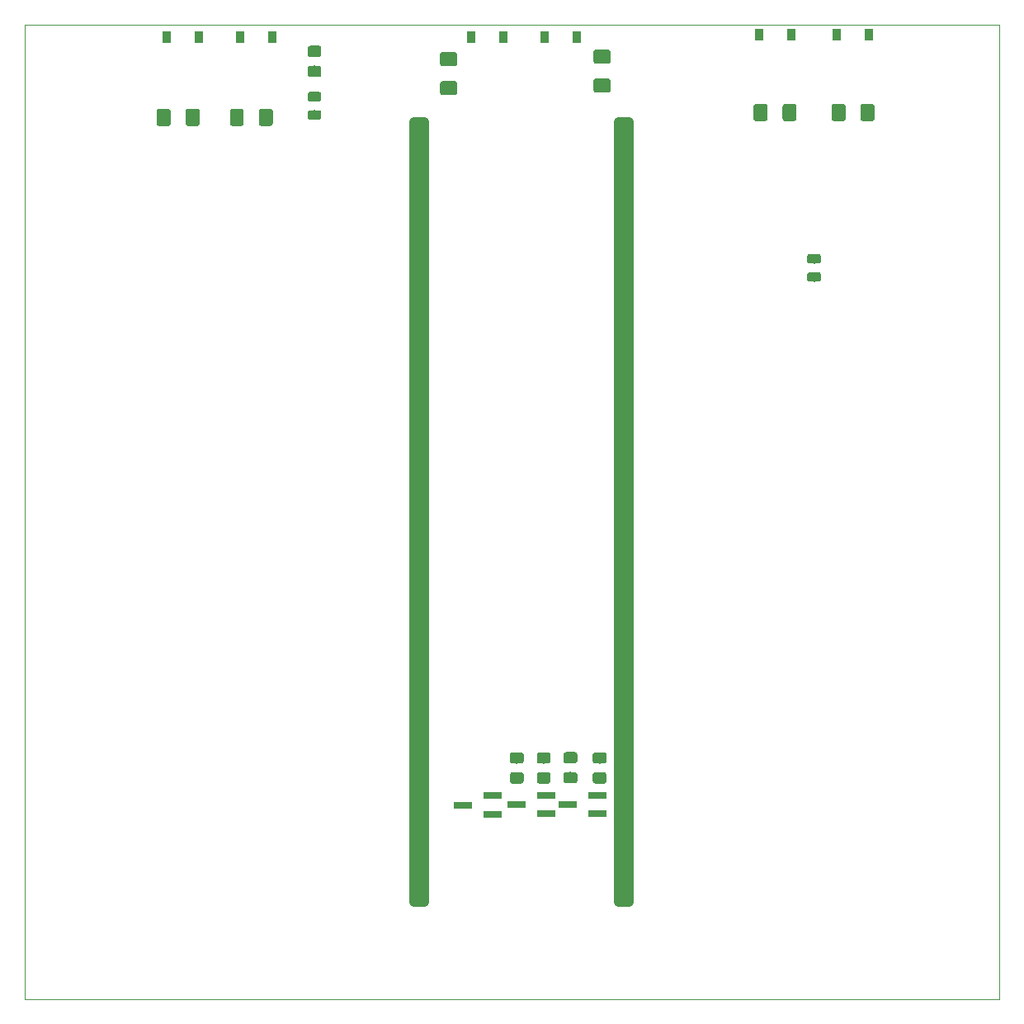
<source format=gbr>
%TF.GenerationSoftware,KiCad,Pcbnew,(5.1.0)-1*%
%TF.CreationDate,2019-10-07T23:17:33+02:00*%
%TF.ProjectId,KicadJE_MoogVCF_1,4b696361-644a-4455-9f4d-6f6f67564346,rev?*%
%TF.SameCoordinates,Original*%
%TF.FileFunction,Paste,Top*%
%TF.FilePolarity,Positive*%
%FSLAX46Y46*%
G04 Gerber Fmt 4.6, Leading zero omitted, Abs format (unit mm)*
G04 Created by KiCad (PCBNEW (5.1.0)-1) date 2019-10-07 23:17:33*
%MOMM*%
%LPD*%
G04 APERTURE LIST*
%ADD10C,1.000000*%
%ADD11C,0.050000*%
%ADD12C,0.150000*%
%ADD13C,1.425000*%
%ADD14R,0.900000X1.200000*%
%ADD15C,0.975000*%
%ADD16C,1.150000*%
%ADD17R,1.900000X0.800000*%
G04 APERTURE END LIST*
D10*
X111000000Y-60000000D02*
X111000000Y-140000000D01*
X112000000Y-60000000D02*
X112000000Y-140000000D01*
X111000000Y-140000000D02*
X112000000Y-140000000D01*
X111000000Y-60000000D02*
X112000000Y-60000000D01*
X90000000Y-60000000D02*
X91000000Y-60000000D01*
X90000000Y-140000000D02*
X91000000Y-140000000D01*
X91000000Y-60000000D02*
X91000000Y-140000000D01*
X90000000Y-60000000D02*
X90000000Y-140000000D01*
D11*
X50000000Y-150000000D02*
X50000000Y-50000000D01*
X150000000Y-150000000D02*
X50000000Y-150000000D01*
X150000000Y-50000000D02*
X150000000Y-150000000D01*
X50000000Y-50000000D02*
X150000000Y-50000000D01*
D12*
G36*
X64749504Y-58626204D02*
G01*
X64773773Y-58629804D01*
X64797571Y-58635765D01*
X64820671Y-58644030D01*
X64842849Y-58654520D01*
X64863893Y-58667133D01*
X64883598Y-58681747D01*
X64901777Y-58698223D01*
X64918253Y-58716402D01*
X64932867Y-58736107D01*
X64945480Y-58757151D01*
X64955970Y-58779329D01*
X64964235Y-58802429D01*
X64970196Y-58826227D01*
X64973796Y-58850496D01*
X64975000Y-58875000D01*
X64975000Y-60125000D01*
X64973796Y-60149504D01*
X64970196Y-60173773D01*
X64964235Y-60197571D01*
X64955970Y-60220671D01*
X64945480Y-60242849D01*
X64932867Y-60263893D01*
X64918253Y-60283598D01*
X64901777Y-60301777D01*
X64883598Y-60318253D01*
X64863893Y-60332867D01*
X64842849Y-60345480D01*
X64820671Y-60355970D01*
X64797571Y-60364235D01*
X64773773Y-60370196D01*
X64749504Y-60373796D01*
X64725000Y-60375000D01*
X63800000Y-60375000D01*
X63775496Y-60373796D01*
X63751227Y-60370196D01*
X63727429Y-60364235D01*
X63704329Y-60355970D01*
X63682151Y-60345480D01*
X63661107Y-60332867D01*
X63641402Y-60318253D01*
X63623223Y-60301777D01*
X63606747Y-60283598D01*
X63592133Y-60263893D01*
X63579520Y-60242849D01*
X63569030Y-60220671D01*
X63560765Y-60197571D01*
X63554804Y-60173773D01*
X63551204Y-60149504D01*
X63550000Y-60125000D01*
X63550000Y-58875000D01*
X63551204Y-58850496D01*
X63554804Y-58826227D01*
X63560765Y-58802429D01*
X63569030Y-58779329D01*
X63579520Y-58757151D01*
X63592133Y-58736107D01*
X63606747Y-58716402D01*
X63623223Y-58698223D01*
X63641402Y-58681747D01*
X63661107Y-58667133D01*
X63682151Y-58654520D01*
X63704329Y-58644030D01*
X63727429Y-58635765D01*
X63751227Y-58629804D01*
X63775496Y-58626204D01*
X63800000Y-58625000D01*
X64725000Y-58625000D01*
X64749504Y-58626204D01*
X64749504Y-58626204D01*
G37*
D13*
X64262500Y-59500000D03*
D12*
G36*
X67724504Y-58626204D02*
G01*
X67748773Y-58629804D01*
X67772571Y-58635765D01*
X67795671Y-58644030D01*
X67817849Y-58654520D01*
X67838893Y-58667133D01*
X67858598Y-58681747D01*
X67876777Y-58698223D01*
X67893253Y-58716402D01*
X67907867Y-58736107D01*
X67920480Y-58757151D01*
X67930970Y-58779329D01*
X67939235Y-58802429D01*
X67945196Y-58826227D01*
X67948796Y-58850496D01*
X67950000Y-58875000D01*
X67950000Y-60125000D01*
X67948796Y-60149504D01*
X67945196Y-60173773D01*
X67939235Y-60197571D01*
X67930970Y-60220671D01*
X67920480Y-60242849D01*
X67907867Y-60263893D01*
X67893253Y-60283598D01*
X67876777Y-60301777D01*
X67858598Y-60318253D01*
X67838893Y-60332867D01*
X67817849Y-60345480D01*
X67795671Y-60355970D01*
X67772571Y-60364235D01*
X67748773Y-60370196D01*
X67724504Y-60373796D01*
X67700000Y-60375000D01*
X66775000Y-60375000D01*
X66750496Y-60373796D01*
X66726227Y-60370196D01*
X66702429Y-60364235D01*
X66679329Y-60355970D01*
X66657151Y-60345480D01*
X66636107Y-60332867D01*
X66616402Y-60318253D01*
X66598223Y-60301777D01*
X66581747Y-60283598D01*
X66567133Y-60263893D01*
X66554520Y-60242849D01*
X66544030Y-60220671D01*
X66535765Y-60197571D01*
X66529804Y-60173773D01*
X66526204Y-60149504D01*
X66525000Y-60125000D01*
X66525000Y-58875000D01*
X66526204Y-58850496D01*
X66529804Y-58826227D01*
X66535765Y-58802429D01*
X66544030Y-58779329D01*
X66554520Y-58757151D01*
X66567133Y-58736107D01*
X66581747Y-58716402D01*
X66598223Y-58698223D01*
X66616402Y-58681747D01*
X66636107Y-58667133D01*
X66657151Y-58654520D01*
X66679329Y-58644030D01*
X66702429Y-58635765D01*
X66726227Y-58629804D01*
X66750496Y-58626204D01*
X66775000Y-58625000D01*
X67700000Y-58625000D01*
X67724504Y-58626204D01*
X67724504Y-58626204D01*
G37*
D13*
X67237500Y-59500000D03*
D12*
G36*
X75237004Y-58626204D02*
G01*
X75261273Y-58629804D01*
X75285071Y-58635765D01*
X75308171Y-58644030D01*
X75330349Y-58654520D01*
X75351393Y-58667133D01*
X75371098Y-58681747D01*
X75389277Y-58698223D01*
X75405753Y-58716402D01*
X75420367Y-58736107D01*
X75432980Y-58757151D01*
X75443470Y-58779329D01*
X75451735Y-58802429D01*
X75457696Y-58826227D01*
X75461296Y-58850496D01*
X75462500Y-58875000D01*
X75462500Y-60125000D01*
X75461296Y-60149504D01*
X75457696Y-60173773D01*
X75451735Y-60197571D01*
X75443470Y-60220671D01*
X75432980Y-60242849D01*
X75420367Y-60263893D01*
X75405753Y-60283598D01*
X75389277Y-60301777D01*
X75371098Y-60318253D01*
X75351393Y-60332867D01*
X75330349Y-60345480D01*
X75308171Y-60355970D01*
X75285071Y-60364235D01*
X75261273Y-60370196D01*
X75237004Y-60373796D01*
X75212500Y-60375000D01*
X74287500Y-60375000D01*
X74262996Y-60373796D01*
X74238727Y-60370196D01*
X74214929Y-60364235D01*
X74191829Y-60355970D01*
X74169651Y-60345480D01*
X74148607Y-60332867D01*
X74128902Y-60318253D01*
X74110723Y-60301777D01*
X74094247Y-60283598D01*
X74079633Y-60263893D01*
X74067020Y-60242849D01*
X74056530Y-60220671D01*
X74048265Y-60197571D01*
X74042304Y-60173773D01*
X74038704Y-60149504D01*
X74037500Y-60125000D01*
X74037500Y-58875000D01*
X74038704Y-58850496D01*
X74042304Y-58826227D01*
X74048265Y-58802429D01*
X74056530Y-58779329D01*
X74067020Y-58757151D01*
X74079633Y-58736107D01*
X74094247Y-58716402D01*
X74110723Y-58698223D01*
X74128902Y-58681747D01*
X74148607Y-58667133D01*
X74169651Y-58654520D01*
X74191829Y-58644030D01*
X74214929Y-58635765D01*
X74238727Y-58629804D01*
X74262996Y-58626204D01*
X74287500Y-58625000D01*
X75212500Y-58625000D01*
X75237004Y-58626204D01*
X75237004Y-58626204D01*
G37*
D13*
X74750000Y-59500000D03*
D12*
G36*
X72262004Y-58626204D02*
G01*
X72286273Y-58629804D01*
X72310071Y-58635765D01*
X72333171Y-58644030D01*
X72355349Y-58654520D01*
X72376393Y-58667133D01*
X72396098Y-58681747D01*
X72414277Y-58698223D01*
X72430753Y-58716402D01*
X72445367Y-58736107D01*
X72457980Y-58757151D01*
X72468470Y-58779329D01*
X72476735Y-58802429D01*
X72482696Y-58826227D01*
X72486296Y-58850496D01*
X72487500Y-58875000D01*
X72487500Y-60125000D01*
X72486296Y-60149504D01*
X72482696Y-60173773D01*
X72476735Y-60197571D01*
X72468470Y-60220671D01*
X72457980Y-60242849D01*
X72445367Y-60263893D01*
X72430753Y-60283598D01*
X72414277Y-60301777D01*
X72396098Y-60318253D01*
X72376393Y-60332867D01*
X72355349Y-60345480D01*
X72333171Y-60355970D01*
X72310071Y-60364235D01*
X72286273Y-60370196D01*
X72262004Y-60373796D01*
X72237500Y-60375000D01*
X71312500Y-60375000D01*
X71287996Y-60373796D01*
X71263727Y-60370196D01*
X71239929Y-60364235D01*
X71216829Y-60355970D01*
X71194651Y-60345480D01*
X71173607Y-60332867D01*
X71153902Y-60318253D01*
X71135723Y-60301777D01*
X71119247Y-60283598D01*
X71104633Y-60263893D01*
X71092020Y-60242849D01*
X71081530Y-60220671D01*
X71073265Y-60197571D01*
X71067304Y-60173773D01*
X71063704Y-60149504D01*
X71062500Y-60125000D01*
X71062500Y-58875000D01*
X71063704Y-58850496D01*
X71067304Y-58826227D01*
X71073265Y-58802429D01*
X71081530Y-58779329D01*
X71092020Y-58757151D01*
X71104633Y-58736107D01*
X71119247Y-58716402D01*
X71135723Y-58698223D01*
X71153902Y-58681747D01*
X71173607Y-58667133D01*
X71194651Y-58654520D01*
X71216829Y-58644030D01*
X71239929Y-58635765D01*
X71263727Y-58629804D01*
X71287996Y-58626204D01*
X71312500Y-58625000D01*
X72237500Y-58625000D01*
X72262004Y-58626204D01*
X72262004Y-58626204D01*
G37*
D13*
X71775000Y-59500000D03*
D14*
X64600000Y-51250000D03*
X67900000Y-51250000D03*
X75400000Y-51250000D03*
X72100000Y-51250000D03*
D12*
G36*
X80230142Y-56888674D02*
G01*
X80253803Y-56892184D01*
X80277007Y-56897996D01*
X80299529Y-56906054D01*
X80321153Y-56916282D01*
X80341670Y-56928579D01*
X80360883Y-56942829D01*
X80378607Y-56958893D01*
X80394671Y-56976617D01*
X80408921Y-56995830D01*
X80421218Y-57016347D01*
X80431446Y-57037971D01*
X80439504Y-57060493D01*
X80445316Y-57083697D01*
X80448826Y-57107358D01*
X80450000Y-57131250D01*
X80450000Y-57618750D01*
X80448826Y-57642642D01*
X80445316Y-57666303D01*
X80439504Y-57689507D01*
X80431446Y-57712029D01*
X80421218Y-57733653D01*
X80408921Y-57754170D01*
X80394671Y-57773383D01*
X80378607Y-57791107D01*
X80360883Y-57807171D01*
X80341670Y-57821421D01*
X80321153Y-57833718D01*
X80299529Y-57843946D01*
X80277007Y-57852004D01*
X80253803Y-57857816D01*
X80230142Y-57861326D01*
X80206250Y-57862500D01*
X79293750Y-57862500D01*
X79269858Y-57861326D01*
X79246197Y-57857816D01*
X79222993Y-57852004D01*
X79200471Y-57843946D01*
X79178847Y-57833718D01*
X79158330Y-57821421D01*
X79139117Y-57807171D01*
X79121393Y-57791107D01*
X79105329Y-57773383D01*
X79091079Y-57754170D01*
X79078782Y-57733653D01*
X79068554Y-57712029D01*
X79060496Y-57689507D01*
X79054684Y-57666303D01*
X79051174Y-57642642D01*
X79050000Y-57618750D01*
X79050000Y-57131250D01*
X79051174Y-57107358D01*
X79054684Y-57083697D01*
X79060496Y-57060493D01*
X79068554Y-57037971D01*
X79078782Y-57016347D01*
X79091079Y-56995830D01*
X79105329Y-56976617D01*
X79121393Y-56958893D01*
X79139117Y-56942829D01*
X79158330Y-56928579D01*
X79178847Y-56916282D01*
X79200471Y-56906054D01*
X79222993Y-56897996D01*
X79246197Y-56892184D01*
X79269858Y-56888674D01*
X79293750Y-56887500D01*
X80206250Y-56887500D01*
X80230142Y-56888674D01*
X80230142Y-56888674D01*
G37*
D15*
X79750000Y-57375000D03*
D12*
G36*
X80230142Y-58763674D02*
G01*
X80253803Y-58767184D01*
X80277007Y-58772996D01*
X80299529Y-58781054D01*
X80321153Y-58791282D01*
X80341670Y-58803579D01*
X80360883Y-58817829D01*
X80378607Y-58833893D01*
X80394671Y-58851617D01*
X80408921Y-58870830D01*
X80421218Y-58891347D01*
X80431446Y-58912971D01*
X80439504Y-58935493D01*
X80445316Y-58958697D01*
X80448826Y-58982358D01*
X80450000Y-59006250D01*
X80450000Y-59493750D01*
X80448826Y-59517642D01*
X80445316Y-59541303D01*
X80439504Y-59564507D01*
X80431446Y-59587029D01*
X80421218Y-59608653D01*
X80408921Y-59629170D01*
X80394671Y-59648383D01*
X80378607Y-59666107D01*
X80360883Y-59682171D01*
X80341670Y-59696421D01*
X80321153Y-59708718D01*
X80299529Y-59718946D01*
X80277007Y-59727004D01*
X80253803Y-59732816D01*
X80230142Y-59736326D01*
X80206250Y-59737500D01*
X79293750Y-59737500D01*
X79269858Y-59736326D01*
X79246197Y-59732816D01*
X79222993Y-59727004D01*
X79200471Y-59718946D01*
X79178847Y-59708718D01*
X79158330Y-59696421D01*
X79139117Y-59682171D01*
X79121393Y-59666107D01*
X79105329Y-59648383D01*
X79091079Y-59629170D01*
X79078782Y-59608653D01*
X79068554Y-59587029D01*
X79060496Y-59564507D01*
X79054684Y-59541303D01*
X79051174Y-59517642D01*
X79050000Y-59493750D01*
X79050000Y-59006250D01*
X79051174Y-58982358D01*
X79054684Y-58958697D01*
X79060496Y-58935493D01*
X79068554Y-58912971D01*
X79078782Y-58891347D01*
X79091079Y-58870830D01*
X79105329Y-58851617D01*
X79121393Y-58833893D01*
X79139117Y-58817829D01*
X79158330Y-58803579D01*
X79178847Y-58791282D01*
X79200471Y-58781054D01*
X79222993Y-58772996D01*
X79246197Y-58767184D01*
X79269858Y-58763674D01*
X79293750Y-58762500D01*
X80206250Y-58762500D01*
X80230142Y-58763674D01*
X80230142Y-58763674D01*
G37*
D15*
X79750000Y-59250000D03*
D12*
G36*
X80224505Y-52151204D02*
G01*
X80248773Y-52154804D01*
X80272572Y-52160765D01*
X80295671Y-52169030D01*
X80317850Y-52179520D01*
X80338893Y-52192132D01*
X80358599Y-52206747D01*
X80376777Y-52223223D01*
X80393253Y-52241401D01*
X80407868Y-52261107D01*
X80420480Y-52282150D01*
X80430970Y-52304329D01*
X80439235Y-52327428D01*
X80445196Y-52351227D01*
X80448796Y-52375495D01*
X80450000Y-52399999D01*
X80450000Y-53050001D01*
X80448796Y-53074505D01*
X80445196Y-53098773D01*
X80439235Y-53122572D01*
X80430970Y-53145671D01*
X80420480Y-53167850D01*
X80407868Y-53188893D01*
X80393253Y-53208599D01*
X80376777Y-53226777D01*
X80358599Y-53243253D01*
X80338893Y-53257868D01*
X80317850Y-53270480D01*
X80295671Y-53280970D01*
X80272572Y-53289235D01*
X80248773Y-53295196D01*
X80224505Y-53298796D01*
X80200001Y-53300000D01*
X79299999Y-53300000D01*
X79275495Y-53298796D01*
X79251227Y-53295196D01*
X79227428Y-53289235D01*
X79204329Y-53280970D01*
X79182150Y-53270480D01*
X79161107Y-53257868D01*
X79141401Y-53243253D01*
X79123223Y-53226777D01*
X79106747Y-53208599D01*
X79092132Y-53188893D01*
X79079520Y-53167850D01*
X79069030Y-53145671D01*
X79060765Y-53122572D01*
X79054804Y-53098773D01*
X79051204Y-53074505D01*
X79050000Y-53050001D01*
X79050000Y-52399999D01*
X79051204Y-52375495D01*
X79054804Y-52351227D01*
X79060765Y-52327428D01*
X79069030Y-52304329D01*
X79079520Y-52282150D01*
X79092132Y-52261107D01*
X79106747Y-52241401D01*
X79123223Y-52223223D01*
X79141401Y-52206747D01*
X79161107Y-52192132D01*
X79182150Y-52179520D01*
X79204329Y-52169030D01*
X79227428Y-52160765D01*
X79251227Y-52154804D01*
X79275495Y-52151204D01*
X79299999Y-52150000D01*
X80200001Y-52150000D01*
X80224505Y-52151204D01*
X80224505Y-52151204D01*
G37*
D16*
X79750000Y-52725000D03*
D12*
G36*
X80224505Y-54201204D02*
G01*
X80248773Y-54204804D01*
X80272572Y-54210765D01*
X80295671Y-54219030D01*
X80317850Y-54229520D01*
X80338893Y-54242132D01*
X80358599Y-54256747D01*
X80376777Y-54273223D01*
X80393253Y-54291401D01*
X80407868Y-54311107D01*
X80420480Y-54332150D01*
X80430970Y-54354329D01*
X80439235Y-54377428D01*
X80445196Y-54401227D01*
X80448796Y-54425495D01*
X80450000Y-54449999D01*
X80450000Y-55100001D01*
X80448796Y-55124505D01*
X80445196Y-55148773D01*
X80439235Y-55172572D01*
X80430970Y-55195671D01*
X80420480Y-55217850D01*
X80407868Y-55238893D01*
X80393253Y-55258599D01*
X80376777Y-55276777D01*
X80358599Y-55293253D01*
X80338893Y-55307868D01*
X80317850Y-55320480D01*
X80295671Y-55330970D01*
X80272572Y-55339235D01*
X80248773Y-55345196D01*
X80224505Y-55348796D01*
X80200001Y-55350000D01*
X79299999Y-55350000D01*
X79275495Y-55348796D01*
X79251227Y-55345196D01*
X79227428Y-55339235D01*
X79204329Y-55330970D01*
X79182150Y-55320480D01*
X79161107Y-55307868D01*
X79141401Y-55293253D01*
X79123223Y-55276777D01*
X79106747Y-55258599D01*
X79092132Y-55238893D01*
X79079520Y-55217850D01*
X79069030Y-55195671D01*
X79060765Y-55172572D01*
X79054804Y-55148773D01*
X79051204Y-55124505D01*
X79050000Y-55100001D01*
X79050000Y-54449999D01*
X79051204Y-54425495D01*
X79054804Y-54401227D01*
X79060765Y-54377428D01*
X79069030Y-54354329D01*
X79079520Y-54332150D01*
X79092132Y-54311107D01*
X79106747Y-54291401D01*
X79123223Y-54273223D01*
X79141401Y-54256747D01*
X79161107Y-54242132D01*
X79182150Y-54229520D01*
X79204329Y-54219030D01*
X79227428Y-54210765D01*
X79251227Y-54204804D01*
X79275495Y-54201204D01*
X79299999Y-54200000D01*
X80200001Y-54200000D01*
X80224505Y-54201204D01*
X80224505Y-54201204D01*
G37*
D16*
X79750000Y-54775000D03*
D12*
G36*
X94149504Y-55788704D02*
G01*
X94173773Y-55792304D01*
X94197571Y-55798265D01*
X94220671Y-55806530D01*
X94242849Y-55817020D01*
X94263893Y-55829633D01*
X94283598Y-55844247D01*
X94301777Y-55860723D01*
X94318253Y-55878902D01*
X94332867Y-55898607D01*
X94345480Y-55919651D01*
X94355970Y-55941829D01*
X94364235Y-55964929D01*
X94370196Y-55988727D01*
X94373796Y-56012996D01*
X94375000Y-56037500D01*
X94375000Y-56962500D01*
X94373796Y-56987004D01*
X94370196Y-57011273D01*
X94364235Y-57035071D01*
X94355970Y-57058171D01*
X94345480Y-57080349D01*
X94332867Y-57101393D01*
X94318253Y-57121098D01*
X94301777Y-57139277D01*
X94283598Y-57155753D01*
X94263893Y-57170367D01*
X94242849Y-57182980D01*
X94220671Y-57193470D01*
X94197571Y-57201735D01*
X94173773Y-57207696D01*
X94149504Y-57211296D01*
X94125000Y-57212500D01*
X92875000Y-57212500D01*
X92850496Y-57211296D01*
X92826227Y-57207696D01*
X92802429Y-57201735D01*
X92779329Y-57193470D01*
X92757151Y-57182980D01*
X92736107Y-57170367D01*
X92716402Y-57155753D01*
X92698223Y-57139277D01*
X92681747Y-57121098D01*
X92667133Y-57101393D01*
X92654520Y-57080349D01*
X92644030Y-57058171D01*
X92635765Y-57035071D01*
X92629804Y-57011273D01*
X92626204Y-56987004D01*
X92625000Y-56962500D01*
X92625000Y-56037500D01*
X92626204Y-56012996D01*
X92629804Y-55988727D01*
X92635765Y-55964929D01*
X92644030Y-55941829D01*
X92654520Y-55919651D01*
X92667133Y-55898607D01*
X92681747Y-55878902D01*
X92698223Y-55860723D01*
X92716402Y-55844247D01*
X92736107Y-55829633D01*
X92757151Y-55817020D01*
X92779329Y-55806530D01*
X92802429Y-55798265D01*
X92826227Y-55792304D01*
X92850496Y-55788704D01*
X92875000Y-55787500D01*
X94125000Y-55787500D01*
X94149504Y-55788704D01*
X94149504Y-55788704D01*
G37*
D13*
X93500000Y-56500000D03*
D12*
G36*
X94149504Y-52813704D02*
G01*
X94173773Y-52817304D01*
X94197571Y-52823265D01*
X94220671Y-52831530D01*
X94242849Y-52842020D01*
X94263893Y-52854633D01*
X94283598Y-52869247D01*
X94301777Y-52885723D01*
X94318253Y-52903902D01*
X94332867Y-52923607D01*
X94345480Y-52944651D01*
X94355970Y-52966829D01*
X94364235Y-52989929D01*
X94370196Y-53013727D01*
X94373796Y-53037996D01*
X94375000Y-53062500D01*
X94375000Y-53987500D01*
X94373796Y-54012004D01*
X94370196Y-54036273D01*
X94364235Y-54060071D01*
X94355970Y-54083171D01*
X94345480Y-54105349D01*
X94332867Y-54126393D01*
X94318253Y-54146098D01*
X94301777Y-54164277D01*
X94283598Y-54180753D01*
X94263893Y-54195367D01*
X94242849Y-54207980D01*
X94220671Y-54218470D01*
X94197571Y-54226735D01*
X94173773Y-54232696D01*
X94149504Y-54236296D01*
X94125000Y-54237500D01*
X92875000Y-54237500D01*
X92850496Y-54236296D01*
X92826227Y-54232696D01*
X92802429Y-54226735D01*
X92779329Y-54218470D01*
X92757151Y-54207980D01*
X92736107Y-54195367D01*
X92716402Y-54180753D01*
X92698223Y-54164277D01*
X92681747Y-54146098D01*
X92667133Y-54126393D01*
X92654520Y-54105349D01*
X92644030Y-54083171D01*
X92635765Y-54060071D01*
X92629804Y-54036273D01*
X92626204Y-54012004D01*
X92625000Y-53987500D01*
X92625000Y-53062500D01*
X92626204Y-53037996D01*
X92629804Y-53013727D01*
X92635765Y-52989929D01*
X92644030Y-52966829D01*
X92654520Y-52944651D01*
X92667133Y-52923607D01*
X92681747Y-52903902D01*
X92698223Y-52885723D01*
X92716402Y-52869247D01*
X92736107Y-52854633D01*
X92757151Y-52842020D01*
X92779329Y-52831530D01*
X92802429Y-52823265D01*
X92826227Y-52817304D01*
X92850496Y-52813704D01*
X92875000Y-52812500D01*
X94125000Y-52812500D01*
X94149504Y-52813704D01*
X94149504Y-52813704D01*
G37*
D13*
X93500000Y-53525000D03*
D12*
G36*
X109899504Y-52551204D02*
G01*
X109923773Y-52554804D01*
X109947571Y-52560765D01*
X109970671Y-52569030D01*
X109992849Y-52579520D01*
X110013893Y-52592133D01*
X110033598Y-52606747D01*
X110051777Y-52623223D01*
X110068253Y-52641402D01*
X110082867Y-52661107D01*
X110095480Y-52682151D01*
X110105970Y-52704329D01*
X110114235Y-52727429D01*
X110120196Y-52751227D01*
X110123796Y-52775496D01*
X110125000Y-52800000D01*
X110125000Y-53725000D01*
X110123796Y-53749504D01*
X110120196Y-53773773D01*
X110114235Y-53797571D01*
X110105970Y-53820671D01*
X110095480Y-53842849D01*
X110082867Y-53863893D01*
X110068253Y-53883598D01*
X110051777Y-53901777D01*
X110033598Y-53918253D01*
X110013893Y-53932867D01*
X109992849Y-53945480D01*
X109970671Y-53955970D01*
X109947571Y-53964235D01*
X109923773Y-53970196D01*
X109899504Y-53973796D01*
X109875000Y-53975000D01*
X108625000Y-53975000D01*
X108600496Y-53973796D01*
X108576227Y-53970196D01*
X108552429Y-53964235D01*
X108529329Y-53955970D01*
X108507151Y-53945480D01*
X108486107Y-53932867D01*
X108466402Y-53918253D01*
X108448223Y-53901777D01*
X108431747Y-53883598D01*
X108417133Y-53863893D01*
X108404520Y-53842849D01*
X108394030Y-53820671D01*
X108385765Y-53797571D01*
X108379804Y-53773773D01*
X108376204Y-53749504D01*
X108375000Y-53725000D01*
X108375000Y-52800000D01*
X108376204Y-52775496D01*
X108379804Y-52751227D01*
X108385765Y-52727429D01*
X108394030Y-52704329D01*
X108404520Y-52682151D01*
X108417133Y-52661107D01*
X108431747Y-52641402D01*
X108448223Y-52623223D01*
X108466402Y-52606747D01*
X108486107Y-52592133D01*
X108507151Y-52579520D01*
X108529329Y-52569030D01*
X108552429Y-52560765D01*
X108576227Y-52554804D01*
X108600496Y-52551204D01*
X108625000Y-52550000D01*
X109875000Y-52550000D01*
X109899504Y-52551204D01*
X109899504Y-52551204D01*
G37*
D13*
X109250000Y-53262500D03*
D12*
G36*
X109899504Y-55526204D02*
G01*
X109923773Y-55529804D01*
X109947571Y-55535765D01*
X109970671Y-55544030D01*
X109992849Y-55554520D01*
X110013893Y-55567133D01*
X110033598Y-55581747D01*
X110051777Y-55598223D01*
X110068253Y-55616402D01*
X110082867Y-55636107D01*
X110095480Y-55657151D01*
X110105970Y-55679329D01*
X110114235Y-55702429D01*
X110120196Y-55726227D01*
X110123796Y-55750496D01*
X110125000Y-55775000D01*
X110125000Y-56700000D01*
X110123796Y-56724504D01*
X110120196Y-56748773D01*
X110114235Y-56772571D01*
X110105970Y-56795671D01*
X110095480Y-56817849D01*
X110082867Y-56838893D01*
X110068253Y-56858598D01*
X110051777Y-56876777D01*
X110033598Y-56893253D01*
X110013893Y-56907867D01*
X109992849Y-56920480D01*
X109970671Y-56930970D01*
X109947571Y-56939235D01*
X109923773Y-56945196D01*
X109899504Y-56948796D01*
X109875000Y-56950000D01*
X108625000Y-56950000D01*
X108600496Y-56948796D01*
X108576227Y-56945196D01*
X108552429Y-56939235D01*
X108529329Y-56930970D01*
X108507151Y-56920480D01*
X108486107Y-56907867D01*
X108466402Y-56893253D01*
X108448223Y-56876777D01*
X108431747Y-56858598D01*
X108417133Y-56838893D01*
X108404520Y-56817849D01*
X108394030Y-56795671D01*
X108385765Y-56772571D01*
X108379804Y-56748773D01*
X108376204Y-56724504D01*
X108375000Y-56700000D01*
X108375000Y-55775000D01*
X108376204Y-55750496D01*
X108379804Y-55726227D01*
X108385765Y-55702429D01*
X108394030Y-55679329D01*
X108404520Y-55657151D01*
X108417133Y-55636107D01*
X108431747Y-55616402D01*
X108448223Y-55598223D01*
X108466402Y-55581747D01*
X108486107Y-55567133D01*
X108507151Y-55554520D01*
X108529329Y-55544030D01*
X108552429Y-55535765D01*
X108576227Y-55529804D01*
X108600496Y-55526204D01*
X108625000Y-55525000D01*
X109875000Y-55525000D01*
X109899504Y-55526204D01*
X109899504Y-55526204D01*
G37*
D13*
X109250000Y-56237500D03*
D12*
G36*
X100974505Y-126701204D02*
G01*
X100998773Y-126704804D01*
X101022572Y-126710765D01*
X101045671Y-126719030D01*
X101067850Y-126729520D01*
X101088893Y-126742132D01*
X101108599Y-126756747D01*
X101126777Y-126773223D01*
X101143253Y-126791401D01*
X101157868Y-126811107D01*
X101170480Y-126832150D01*
X101180970Y-126854329D01*
X101189235Y-126877428D01*
X101195196Y-126901227D01*
X101198796Y-126925495D01*
X101200000Y-126949999D01*
X101200000Y-127600001D01*
X101198796Y-127624505D01*
X101195196Y-127648773D01*
X101189235Y-127672572D01*
X101180970Y-127695671D01*
X101170480Y-127717850D01*
X101157868Y-127738893D01*
X101143253Y-127758599D01*
X101126777Y-127776777D01*
X101108599Y-127793253D01*
X101088893Y-127807868D01*
X101067850Y-127820480D01*
X101045671Y-127830970D01*
X101022572Y-127839235D01*
X100998773Y-127845196D01*
X100974505Y-127848796D01*
X100950001Y-127850000D01*
X100049999Y-127850000D01*
X100025495Y-127848796D01*
X100001227Y-127845196D01*
X99977428Y-127839235D01*
X99954329Y-127830970D01*
X99932150Y-127820480D01*
X99911107Y-127807868D01*
X99891401Y-127793253D01*
X99873223Y-127776777D01*
X99856747Y-127758599D01*
X99842132Y-127738893D01*
X99829520Y-127717850D01*
X99819030Y-127695671D01*
X99810765Y-127672572D01*
X99804804Y-127648773D01*
X99801204Y-127624505D01*
X99800000Y-127600001D01*
X99800000Y-126949999D01*
X99801204Y-126925495D01*
X99804804Y-126901227D01*
X99810765Y-126877428D01*
X99819030Y-126854329D01*
X99829520Y-126832150D01*
X99842132Y-126811107D01*
X99856747Y-126791401D01*
X99873223Y-126773223D01*
X99891401Y-126756747D01*
X99911107Y-126742132D01*
X99932150Y-126729520D01*
X99954329Y-126719030D01*
X99977428Y-126710765D01*
X100001227Y-126704804D01*
X100025495Y-126701204D01*
X100049999Y-126700000D01*
X100950001Y-126700000D01*
X100974505Y-126701204D01*
X100974505Y-126701204D01*
G37*
D16*
X100500000Y-127275000D03*
D12*
G36*
X100974505Y-124651204D02*
G01*
X100998773Y-124654804D01*
X101022572Y-124660765D01*
X101045671Y-124669030D01*
X101067850Y-124679520D01*
X101088893Y-124692132D01*
X101108599Y-124706747D01*
X101126777Y-124723223D01*
X101143253Y-124741401D01*
X101157868Y-124761107D01*
X101170480Y-124782150D01*
X101180970Y-124804329D01*
X101189235Y-124827428D01*
X101195196Y-124851227D01*
X101198796Y-124875495D01*
X101200000Y-124899999D01*
X101200000Y-125550001D01*
X101198796Y-125574505D01*
X101195196Y-125598773D01*
X101189235Y-125622572D01*
X101180970Y-125645671D01*
X101170480Y-125667850D01*
X101157868Y-125688893D01*
X101143253Y-125708599D01*
X101126777Y-125726777D01*
X101108599Y-125743253D01*
X101088893Y-125757868D01*
X101067850Y-125770480D01*
X101045671Y-125780970D01*
X101022572Y-125789235D01*
X100998773Y-125795196D01*
X100974505Y-125798796D01*
X100950001Y-125800000D01*
X100049999Y-125800000D01*
X100025495Y-125798796D01*
X100001227Y-125795196D01*
X99977428Y-125789235D01*
X99954329Y-125780970D01*
X99932150Y-125770480D01*
X99911107Y-125757868D01*
X99891401Y-125743253D01*
X99873223Y-125726777D01*
X99856747Y-125708599D01*
X99842132Y-125688893D01*
X99829520Y-125667850D01*
X99819030Y-125645671D01*
X99810765Y-125622572D01*
X99804804Y-125598773D01*
X99801204Y-125574505D01*
X99800000Y-125550001D01*
X99800000Y-124899999D01*
X99801204Y-124875495D01*
X99804804Y-124851227D01*
X99810765Y-124827428D01*
X99819030Y-124804329D01*
X99829520Y-124782150D01*
X99842132Y-124761107D01*
X99856747Y-124741401D01*
X99873223Y-124723223D01*
X99891401Y-124706747D01*
X99911107Y-124692132D01*
X99932150Y-124679520D01*
X99954329Y-124669030D01*
X99977428Y-124660765D01*
X100001227Y-124654804D01*
X100025495Y-124651204D01*
X100049999Y-124650000D01*
X100950001Y-124650000D01*
X100974505Y-124651204D01*
X100974505Y-124651204D01*
G37*
D16*
X100500000Y-125225000D03*
D14*
X99150000Y-51250000D03*
X95850000Y-51250000D03*
X103350000Y-51250000D03*
X106650000Y-51250000D03*
D17*
X98000000Y-131000000D03*
X98000000Y-129100000D03*
X95000000Y-130050000D03*
X103500000Y-130950000D03*
X103500000Y-129050000D03*
X100500000Y-130000000D03*
X105750000Y-130000000D03*
X108750000Y-129050000D03*
X108750000Y-130950000D03*
D12*
G36*
X103724505Y-126701204D02*
G01*
X103748773Y-126704804D01*
X103772572Y-126710765D01*
X103795671Y-126719030D01*
X103817850Y-126729520D01*
X103838893Y-126742132D01*
X103858599Y-126756747D01*
X103876777Y-126773223D01*
X103893253Y-126791401D01*
X103907868Y-126811107D01*
X103920480Y-126832150D01*
X103930970Y-126854329D01*
X103939235Y-126877428D01*
X103945196Y-126901227D01*
X103948796Y-126925495D01*
X103950000Y-126949999D01*
X103950000Y-127600001D01*
X103948796Y-127624505D01*
X103945196Y-127648773D01*
X103939235Y-127672572D01*
X103930970Y-127695671D01*
X103920480Y-127717850D01*
X103907868Y-127738893D01*
X103893253Y-127758599D01*
X103876777Y-127776777D01*
X103858599Y-127793253D01*
X103838893Y-127807868D01*
X103817850Y-127820480D01*
X103795671Y-127830970D01*
X103772572Y-127839235D01*
X103748773Y-127845196D01*
X103724505Y-127848796D01*
X103700001Y-127850000D01*
X102799999Y-127850000D01*
X102775495Y-127848796D01*
X102751227Y-127845196D01*
X102727428Y-127839235D01*
X102704329Y-127830970D01*
X102682150Y-127820480D01*
X102661107Y-127807868D01*
X102641401Y-127793253D01*
X102623223Y-127776777D01*
X102606747Y-127758599D01*
X102592132Y-127738893D01*
X102579520Y-127717850D01*
X102569030Y-127695671D01*
X102560765Y-127672572D01*
X102554804Y-127648773D01*
X102551204Y-127624505D01*
X102550000Y-127600001D01*
X102550000Y-126949999D01*
X102551204Y-126925495D01*
X102554804Y-126901227D01*
X102560765Y-126877428D01*
X102569030Y-126854329D01*
X102579520Y-126832150D01*
X102592132Y-126811107D01*
X102606747Y-126791401D01*
X102623223Y-126773223D01*
X102641401Y-126756747D01*
X102661107Y-126742132D01*
X102682150Y-126729520D01*
X102704329Y-126719030D01*
X102727428Y-126710765D01*
X102751227Y-126704804D01*
X102775495Y-126701204D01*
X102799999Y-126700000D01*
X103700001Y-126700000D01*
X103724505Y-126701204D01*
X103724505Y-126701204D01*
G37*
D16*
X103250000Y-127275000D03*
D12*
G36*
X103724505Y-124651204D02*
G01*
X103748773Y-124654804D01*
X103772572Y-124660765D01*
X103795671Y-124669030D01*
X103817850Y-124679520D01*
X103838893Y-124692132D01*
X103858599Y-124706747D01*
X103876777Y-124723223D01*
X103893253Y-124741401D01*
X103907868Y-124761107D01*
X103920480Y-124782150D01*
X103930970Y-124804329D01*
X103939235Y-124827428D01*
X103945196Y-124851227D01*
X103948796Y-124875495D01*
X103950000Y-124899999D01*
X103950000Y-125550001D01*
X103948796Y-125574505D01*
X103945196Y-125598773D01*
X103939235Y-125622572D01*
X103930970Y-125645671D01*
X103920480Y-125667850D01*
X103907868Y-125688893D01*
X103893253Y-125708599D01*
X103876777Y-125726777D01*
X103858599Y-125743253D01*
X103838893Y-125757868D01*
X103817850Y-125770480D01*
X103795671Y-125780970D01*
X103772572Y-125789235D01*
X103748773Y-125795196D01*
X103724505Y-125798796D01*
X103700001Y-125800000D01*
X102799999Y-125800000D01*
X102775495Y-125798796D01*
X102751227Y-125795196D01*
X102727428Y-125789235D01*
X102704329Y-125780970D01*
X102682150Y-125770480D01*
X102661107Y-125757868D01*
X102641401Y-125743253D01*
X102623223Y-125726777D01*
X102606747Y-125708599D01*
X102592132Y-125688893D01*
X102579520Y-125667850D01*
X102569030Y-125645671D01*
X102560765Y-125622572D01*
X102554804Y-125598773D01*
X102551204Y-125574505D01*
X102550000Y-125550001D01*
X102550000Y-124899999D01*
X102551204Y-124875495D01*
X102554804Y-124851227D01*
X102560765Y-124827428D01*
X102569030Y-124804329D01*
X102579520Y-124782150D01*
X102592132Y-124761107D01*
X102606747Y-124741401D01*
X102623223Y-124723223D01*
X102641401Y-124706747D01*
X102661107Y-124692132D01*
X102682150Y-124679520D01*
X102704329Y-124669030D01*
X102727428Y-124660765D01*
X102751227Y-124654804D01*
X102775495Y-124651204D01*
X102799999Y-124650000D01*
X103700001Y-124650000D01*
X103724505Y-124651204D01*
X103724505Y-124651204D01*
G37*
D16*
X103250000Y-125225000D03*
D12*
G36*
X106474505Y-124626204D02*
G01*
X106498773Y-124629804D01*
X106522572Y-124635765D01*
X106545671Y-124644030D01*
X106567850Y-124654520D01*
X106588893Y-124667132D01*
X106608599Y-124681747D01*
X106626777Y-124698223D01*
X106643253Y-124716401D01*
X106657868Y-124736107D01*
X106670480Y-124757150D01*
X106680970Y-124779329D01*
X106689235Y-124802428D01*
X106695196Y-124826227D01*
X106698796Y-124850495D01*
X106700000Y-124874999D01*
X106700000Y-125525001D01*
X106698796Y-125549505D01*
X106695196Y-125573773D01*
X106689235Y-125597572D01*
X106680970Y-125620671D01*
X106670480Y-125642850D01*
X106657868Y-125663893D01*
X106643253Y-125683599D01*
X106626777Y-125701777D01*
X106608599Y-125718253D01*
X106588893Y-125732868D01*
X106567850Y-125745480D01*
X106545671Y-125755970D01*
X106522572Y-125764235D01*
X106498773Y-125770196D01*
X106474505Y-125773796D01*
X106450001Y-125775000D01*
X105549999Y-125775000D01*
X105525495Y-125773796D01*
X105501227Y-125770196D01*
X105477428Y-125764235D01*
X105454329Y-125755970D01*
X105432150Y-125745480D01*
X105411107Y-125732868D01*
X105391401Y-125718253D01*
X105373223Y-125701777D01*
X105356747Y-125683599D01*
X105342132Y-125663893D01*
X105329520Y-125642850D01*
X105319030Y-125620671D01*
X105310765Y-125597572D01*
X105304804Y-125573773D01*
X105301204Y-125549505D01*
X105300000Y-125525001D01*
X105300000Y-124874999D01*
X105301204Y-124850495D01*
X105304804Y-124826227D01*
X105310765Y-124802428D01*
X105319030Y-124779329D01*
X105329520Y-124757150D01*
X105342132Y-124736107D01*
X105356747Y-124716401D01*
X105373223Y-124698223D01*
X105391401Y-124681747D01*
X105411107Y-124667132D01*
X105432150Y-124654520D01*
X105454329Y-124644030D01*
X105477428Y-124635765D01*
X105501227Y-124629804D01*
X105525495Y-124626204D01*
X105549999Y-124625000D01*
X106450001Y-124625000D01*
X106474505Y-124626204D01*
X106474505Y-124626204D01*
G37*
D16*
X106000000Y-125200000D03*
D12*
G36*
X106474505Y-126676204D02*
G01*
X106498773Y-126679804D01*
X106522572Y-126685765D01*
X106545671Y-126694030D01*
X106567850Y-126704520D01*
X106588893Y-126717132D01*
X106608599Y-126731747D01*
X106626777Y-126748223D01*
X106643253Y-126766401D01*
X106657868Y-126786107D01*
X106670480Y-126807150D01*
X106680970Y-126829329D01*
X106689235Y-126852428D01*
X106695196Y-126876227D01*
X106698796Y-126900495D01*
X106700000Y-126924999D01*
X106700000Y-127575001D01*
X106698796Y-127599505D01*
X106695196Y-127623773D01*
X106689235Y-127647572D01*
X106680970Y-127670671D01*
X106670480Y-127692850D01*
X106657868Y-127713893D01*
X106643253Y-127733599D01*
X106626777Y-127751777D01*
X106608599Y-127768253D01*
X106588893Y-127782868D01*
X106567850Y-127795480D01*
X106545671Y-127805970D01*
X106522572Y-127814235D01*
X106498773Y-127820196D01*
X106474505Y-127823796D01*
X106450001Y-127825000D01*
X105549999Y-127825000D01*
X105525495Y-127823796D01*
X105501227Y-127820196D01*
X105477428Y-127814235D01*
X105454329Y-127805970D01*
X105432150Y-127795480D01*
X105411107Y-127782868D01*
X105391401Y-127768253D01*
X105373223Y-127751777D01*
X105356747Y-127733599D01*
X105342132Y-127713893D01*
X105329520Y-127692850D01*
X105319030Y-127670671D01*
X105310765Y-127647572D01*
X105304804Y-127623773D01*
X105301204Y-127599505D01*
X105300000Y-127575001D01*
X105300000Y-126924999D01*
X105301204Y-126900495D01*
X105304804Y-126876227D01*
X105310765Y-126852428D01*
X105319030Y-126829329D01*
X105329520Y-126807150D01*
X105342132Y-126786107D01*
X105356747Y-126766401D01*
X105373223Y-126748223D01*
X105391401Y-126731747D01*
X105411107Y-126717132D01*
X105432150Y-126704520D01*
X105454329Y-126694030D01*
X105477428Y-126685765D01*
X105501227Y-126679804D01*
X105525495Y-126676204D01*
X105549999Y-126675000D01*
X106450001Y-126675000D01*
X106474505Y-126676204D01*
X106474505Y-126676204D01*
G37*
D16*
X106000000Y-127250000D03*
D12*
G36*
X109474505Y-126701204D02*
G01*
X109498773Y-126704804D01*
X109522572Y-126710765D01*
X109545671Y-126719030D01*
X109567850Y-126729520D01*
X109588893Y-126742132D01*
X109608599Y-126756747D01*
X109626777Y-126773223D01*
X109643253Y-126791401D01*
X109657868Y-126811107D01*
X109670480Y-126832150D01*
X109680970Y-126854329D01*
X109689235Y-126877428D01*
X109695196Y-126901227D01*
X109698796Y-126925495D01*
X109700000Y-126949999D01*
X109700000Y-127600001D01*
X109698796Y-127624505D01*
X109695196Y-127648773D01*
X109689235Y-127672572D01*
X109680970Y-127695671D01*
X109670480Y-127717850D01*
X109657868Y-127738893D01*
X109643253Y-127758599D01*
X109626777Y-127776777D01*
X109608599Y-127793253D01*
X109588893Y-127807868D01*
X109567850Y-127820480D01*
X109545671Y-127830970D01*
X109522572Y-127839235D01*
X109498773Y-127845196D01*
X109474505Y-127848796D01*
X109450001Y-127850000D01*
X108549999Y-127850000D01*
X108525495Y-127848796D01*
X108501227Y-127845196D01*
X108477428Y-127839235D01*
X108454329Y-127830970D01*
X108432150Y-127820480D01*
X108411107Y-127807868D01*
X108391401Y-127793253D01*
X108373223Y-127776777D01*
X108356747Y-127758599D01*
X108342132Y-127738893D01*
X108329520Y-127717850D01*
X108319030Y-127695671D01*
X108310765Y-127672572D01*
X108304804Y-127648773D01*
X108301204Y-127624505D01*
X108300000Y-127600001D01*
X108300000Y-126949999D01*
X108301204Y-126925495D01*
X108304804Y-126901227D01*
X108310765Y-126877428D01*
X108319030Y-126854329D01*
X108329520Y-126832150D01*
X108342132Y-126811107D01*
X108356747Y-126791401D01*
X108373223Y-126773223D01*
X108391401Y-126756747D01*
X108411107Y-126742132D01*
X108432150Y-126729520D01*
X108454329Y-126719030D01*
X108477428Y-126710765D01*
X108501227Y-126704804D01*
X108525495Y-126701204D01*
X108549999Y-126700000D01*
X109450001Y-126700000D01*
X109474505Y-126701204D01*
X109474505Y-126701204D01*
G37*
D16*
X109000000Y-127275000D03*
D12*
G36*
X109474505Y-124651204D02*
G01*
X109498773Y-124654804D01*
X109522572Y-124660765D01*
X109545671Y-124669030D01*
X109567850Y-124679520D01*
X109588893Y-124692132D01*
X109608599Y-124706747D01*
X109626777Y-124723223D01*
X109643253Y-124741401D01*
X109657868Y-124761107D01*
X109670480Y-124782150D01*
X109680970Y-124804329D01*
X109689235Y-124827428D01*
X109695196Y-124851227D01*
X109698796Y-124875495D01*
X109700000Y-124899999D01*
X109700000Y-125550001D01*
X109698796Y-125574505D01*
X109695196Y-125598773D01*
X109689235Y-125622572D01*
X109680970Y-125645671D01*
X109670480Y-125667850D01*
X109657868Y-125688893D01*
X109643253Y-125708599D01*
X109626777Y-125726777D01*
X109608599Y-125743253D01*
X109588893Y-125757868D01*
X109567850Y-125770480D01*
X109545671Y-125780970D01*
X109522572Y-125789235D01*
X109498773Y-125795196D01*
X109474505Y-125798796D01*
X109450001Y-125800000D01*
X108549999Y-125800000D01*
X108525495Y-125798796D01*
X108501227Y-125795196D01*
X108477428Y-125789235D01*
X108454329Y-125780970D01*
X108432150Y-125770480D01*
X108411107Y-125757868D01*
X108391401Y-125743253D01*
X108373223Y-125726777D01*
X108356747Y-125708599D01*
X108342132Y-125688893D01*
X108329520Y-125667850D01*
X108319030Y-125645671D01*
X108310765Y-125622572D01*
X108304804Y-125598773D01*
X108301204Y-125574505D01*
X108300000Y-125550001D01*
X108300000Y-124899999D01*
X108301204Y-124875495D01*
X108304804Y-124851227D01*
X108310765Y-124827428D01*
X108319030Y-124804329D01*
X108329520Y-124782150D01*
X108342132Y-124761107D01*
X108356747Y-124741401D01*
X108373223Y-124723223D01*
X108391401Y-124706747D01*
X108411107Y-124692132D01*
X108432150Y-124679520D01*
X108454329Y-124669030D01*
X108477428Y-124660765D01*
X108501227Y-124654804D01*
X108525495Y-124651204D01*
X108549999Y-124650000D01*
X109450001Y-124650000D01*
X109474505Y-124651204D01*
X109474505Y-124651204D01*
G37*
D16*
X109000000Y-125225000D03*
D12*
G36*
X125999504Y-58126204D02*
G01*
X126023773Y-58129804D01*
X126047571Y-58135765D01*
X126070671Y-58144030D01*
X126092849Y-58154520D01*
X126113893Y-58167133D01*
X126133598Y-58181747D01*
X126151777Y-58198223D01*
X126168253Y-58216402D01*
X126182867Y-58236107D01*
X126195480Y-58257151D01*
X126205970Y-58279329D01*
X126214235Y-58302429D01*
X126220196Y-58326227D01*
X126223796Y-58350496D01*
X126225000Y-58375000D01*
X126225000Y-59625000D01*
X126223796Y-59649504D01*
X126220196Y-59673773D01*
X126214235Y-59697571D01*
X126205970Y-59720671D01*
X126195480Y-59742849D01*
X126182867Y-59763893D01*
X126168253Y-59783598D01*
X126151777Y-59801777D01*
X126133598Y-59818253D01*
X126113893Y-59832867D01*
X126092849Y-59845480D01*
X126070671Y-59855970D01*
X126047571Y-59864235D01*
X126023773Y-59870196D01*
X125999504Y-59873796D01*
X125975000Y-59875000D01*
X125050000Y-59875000D01*
X125025496Y-59873796D01*
X125001227Y-59870196D01*
X124977429Y-59864235D01*
X124954329Y-59855970D01*
X124932151Y-59845480D01*
X124911107Y-59832867D01*
X124891402Y-59818253D01*
X124873223Y-59801777D01*
X124856747Y-59783598D01*
X124842133Y-59763893D01*
X124829520Y-59742849D01*
X124819030Y-59720671D01*
X124810765Y-59697571D01*
X124804804Y-59673773D01*
X124801204Y-59649504D01*
X124800000Y-59625000D01*
X124800000Y-58375000D01*
X124801204Y-58350496D01*
X124804804Y-58326227D01*
X124810765Y-58302429D01*
X124819030Y-58279329D01*
X124829520Y-58257151D01*
X124842133Y-58236107D01*
X124856747Y-58216402D01*
X124873223Y-58198223D01*
X124891402Y-58181747D01*
X124911107Y-58167133D01*
X124932151Y-58154520D01*
X124954329Y-58144030D01*
X124977429Y-58135765D01*
X125001227Y-58129804D01*
X125025496Y-58126204D01*
X125050000Y-58125000D01*
X125975000Y-58125000D01*
X125999504Y-58126204D01*
X125999504Y-58126204D01*
G37*
D13*
X125512500Y-59000000D03*
D12*
G36*
X128974504Y-58126204D02*
G01*
X128998773Y-58129804D01*
X129022571Y-58135765D01*
X129045671Y-58144030D01*
X129067849Y-58154520D01*
X129088893Y-58167133D01*
X129108598Y-58181747D01*
X129126777Y-58198223D01*
X129143253Y-58216402D01*
X129157867Y-58236107D01*
X129170480Y-58257151D01*
X129180970Y-58279329D01*
X129189235Y-58302429D01*
X129195196Y-58326227D01*
X129198796Y-58350496D01*
X129200000Y-58375000D01*
X129200000Y-59625000D01*
X129198796Y-59649504D01*
X129195196Y-59673773D01*
X129189235Y-59697571D01*
X129180970Y-59720671D01*
X129170480Y-59742849D01*
X129157867Y-59763893D01*
X129143253Y-59783598D01*
X129126777Y-59801777D01*
X129108598Y-59818253D01*
X129088893Y-59832867D01*
X129067849Y-59845480D01*
X129045671Y-59855970D01*
X129022571Y-59864235D01*
X128998773Y-59870196D01*
X128974504Y-59873796D01*
X128950000Y-59875000D01*
X128025000Y-59875000D01*
X128000496Y-59873796D01*
X127976227Y-59870196D01*
X127952429Y-59864235D01*
X127929329Y-59855970D01*
X127907151Y-59845480D01*
X127886107Y-59832867D01*
X127866402Y-59818253D01*
X127848223Y-59801777D01*
X127831747Y-59783598D01*
X127817133Y-59763893D01*
X127804520Y-59742849D01*
X127794030Y-59720671D01*
X127785765Y-59697571D01*
X127779804Y-59673773D01*
X127776204Y-59649504D01*
X127775000Y-59625000D01*
X127775000Y-58375000D01*
X127776204Y-58350496D01*
X127779804Y-58326227D01*
X127785765Y-58302429D01*
X127794030Y-58279329D01*
X127804520Y-58257151D01*
X127817133Y-58236107D01*
X127831747Y-58216402D01*
X127848223Y-58198223D01*
X127866402Y-58181747D01*
X127886107Y-58167133D01*
X127907151Y-58154520D01*
X127929329Y-58144030D01*
X127952429Y-58135765D01*
X127976227Y-58129804D01*
X128000496Y-58126204D01*
X128025000Y-58125000D01*
X128950000Y-58125000D01*
X128974504Y-58126204D01*
X128974504Y-58126204D01*
G37*
D13*
X128487500Y-59000000D03*
D12*
G36*
X133999504Y-58126204D02*
G01*
X134023773Y-58129804D01*
X134047571Y-58135765D01*
X134070671Y-58144030D01*
X134092849Y-58154520D01*
X134113893Y-58167133D01*
X134133598Y-58181747D01*
X134151777Y-58198223D01*
X134168253Y-58216402D01*
X134182867Y-58236107D01*
X134195480Y-58257151D01*
X134205970Y-58279329D01*
X134214235Y-58302429D01*
X134220196Y-58326227D01*
X134223796Y-58350496D01*
X134225000Y-58375000D01*
X134225000Y-59625000D01*
X134223796Y-59649504D01*
X134220196Y-59673773D01*
X134214235Y-59697571D01*
X134205970Y-59720671D01*
X134195480Y-59742849D01*
X134182867Y-59763893D01*
X134168253Y-59783598D01*
X134151777Y-59801777D01*
X134133598Y-59818253D01*
X134113893Y-59832867D01*
X134092849Y-59845480D01*
X134070671Y-59855970D01*
X134047571Y-59864235D01*
X134023773Y-59870196D01*
X133999504Y-59873796D01*
X133975000Y-59875000D01*
X133050000Y-59875000D01*
X133025496Y-59873796D01*
X133001227Y-59870196D01*
X132977429Y-59864235D01*
X132954329Y-59855970D01*
X132932151Y-59845480D01*
X132911107Y-59832867D01*
X132891402Y-59818253D01*
X132873223Y-59801777D01*
X132856747Y-59783598D01*
X132842133Y-59763893D01*
X132829520Y-59742849D01*
X132819030Y-59720671D01*
X132810765Y-59697571D01*
X132804804Y-59673773D01*
X132801204Y-59649504D01*
X132800000Y-59625000D01*
X132800000Y-58375000D01*
X132801204Y-58350496D01*
X132804804Y-58326227D01*
X132810765Y-58302429D01*
X132819030Y-58279329D01*
X132829520Y-58257151D01*
X132842133Y-58236107D01*
X132856747Y-58216402D01*
X132873223Y-58198223D01*
X132891402Y-58181747D01*
X132911107Y-58167133D01*
X132932151Y-58154520D01*
X132954329Y-58144030D01*
X132977429Y-58135765D01*
X133001227Y-58129804D01*
X133025496Y-58126204D01*
X133050000Y-58125000D01*
X133975000Y-58125000D01*
X133999504Y-58126204D01*
X133999504Y-58126204D01*
G37*
D13*
X133512500Y-59000000D03*
D12*
G36*
X136974504Y-58126204D02*
G01*
X136998773Y-58129804D01*
X137022571Y-58135765D01*
X137045671Y-58144030D01*
X137067849Y-58154520D01*
X137088893Y-58167133D01*
X137108598Y-58181747D01*
X137126777Y-58198223D01*
X137143253Y-58216402D01*
X137157867Y-58236107D01*
X137170480Y-58257151D01*
X137180970Y-58279329D01*
X137189235Y-58302429D01*
X137195196Y-58326227D01*
X137198796Y-58350496D01*
X137200000Y-58375000D01*
X137200000Y-59625000D01*
X137198796Y-59649504D01*
X137195196Y-59673773D01*
X137189235Y-59697571D01*
X137180970Y-59720671D01*
X137170480Y-59742849D01*
X137157867Y-59763893D01*
X137143253Y-59783598D01*
X137126777Y-59801777D01*
X137108598Y-59818253D01*
X137088893Y-59832867D01*
X137067849Y-59845480D01*
X137045671Y-59855970D01*
X137022571Y-59864235D01*
X136998773Y-59870196D01*
X136974504Y-59873796D01*
X136950000Y-59875000D01*
X136025000Y-59875000D01*
X136000496Y-59873796D01*
X135976227Y-59870196D01*
X135952429Y-59864235D01*
X135929329Y-59855970D01*
X135907151Y-59845480D01*
X135886107Y-59832867D01*
X135866402Y-59818253D01*
X135848223Y-59801777D01*
X135831747Y-59783598D01*
X135817133Y-59763893D01*
X135804520Y-59742849D01*
X135794030Y-59720671D01*
X135785765Y-59697571D01*
X135779804Y-59673773D01*
X135776204Y-59649504D01*
X135775000Y-59625000D01*
X135775000Y-58375000D01*
X135776204Y-58350496D01*
X135779804Y-58326227D01*
X135785765Y-58302429D01*
X135794030Y-58279329D01*
X135804520Y-58257151D01*
X135817133Y-58236107D01*
X135831747Y-58216402D01*
X135848223Y-58198223D01*
X135866402Y-58181747D01*
X135886107Y-58167133D01*
X135907151Y-58154520D01*
X135929329Y-58144030D01*
X135952429Y-58135765D01*
X135976227Y-58129804D01*
X136000496Y-58126204D01*
X136025000Y-58125000D01*
X136950000Y-58125000D01*
X136974504Y-58126204D01*
X136974504Y-58126204D01*
G37*
D13*
X136487500Y-59000000D03*
D14*
X125350000Y-51000000D03*
X128650000Y-51000000D03*
X136650000Y-51000000D03*
X133350000Y-51000000D03*
D12*
G36*
X131480142Y-75388674D02*
G01*
X131503803Y-75392184D01*
X131527007Y-75397996D01*
X131549529Y-75406054D01*
X131571153Y-75416282D01*
X131591670Y-75428579D01*
X131610883Y-75442829D01*
X131628607Y-75458893D01*
X131644671Y-75476617D01*
X131658921Y-75495830D01*
X131671218Y-75516347D01*
X131681446Y-75537971D01*
X131689504Y-75560493D01*
X131695316Y-75583697D01*
X131698826Y-75607358D01*
X131700000Y-75631250D01*
X131700000Y-76118750D01*
X131698826Y-76142642D01*
X131695316Y-76166303D01*
X131689504Y-76189507D01*
X131681446Y-76212029D01*
X131671218Y-76233653D01*
X131658921Y-76254170D01*
X131644671Y-76273383D01*
X131628607Y-76291107D01*
X131610883Y-76307171D01*
X131591670Y-76321421D01*
X131571153Y-76333718D01*
X131549529Y-76343946D01*
X131527007Y-76352004D01*
X131503803Y-76357816D01*
X131480142Y-76361326D01*
X131456250Y-76362500D01*
X130543750Y-76362500D01*
X130519858Y-76361326D01*
X130496197Y-76357816D01*
X130472993Y-76352004D01*
X130450471Y-76343946D01*
X130428847Y-76333718D01*
X130408330Y-76321421D01*
X130389117Y-76307171D01*
X130371393Y-76291107D01*
X130355329Y-76273383D01*
X130341079Y-76254170D01*
X130328782Y-76233653D01*
X130318554Y-76212029D01*
X130310496Y-76189507D01*
X130304684Y-76166303D01*
X130301174Y-76142642D01*
X130300000Y-76118750D01*
X130300000Y-75631250D01*
X130301174Y-75607358D01*
X130304684Y-75583697D01*
X130310496Y-75560493D01*
X130318554Y-75537971D01*
X130328782Y-75516347D01*
X130341079Y-75495830D01*
X130355329Y-75476617D01*
X130371393Y-75458893D01*
X130389117Y-75442829D01*
X130408330Y-75428579D01*
X130428847Y-75416282D01*
X130450471Y-75406054D01*
X130472993Y-75397996D01*
X130496197Y-75392184D01*
X130519858Y-75388674D01*
X130543750Y-75387500D01*
X131456250Y-75387500D01*
X131480142Y-75388674D01*
X131480142Y-75388674D01*
G37*
D15*
X131000000Y-75875000D03*
D12*
G36*
X131480142Y-73513674D02*
G01*
X131503803Y-73517184D01*
X131527007Y-73522996D01*
X131549529Y-73531054D01*
X131571153Y-73541282D01*
X131591670Y-73553579D01*
X131610883Y-73567829D01*
X131628607Y-73583893D01*
X131644671Y-73601617D01*
X131658921Y-73620830D01*
X131671218Y-73641347D01*
X131681446Y-73662971D01*
X131689504Y-73685493D01*
X131695316Y-73708697D01*
X131698826Y-73732358D01*
X131700000Y-73756250D01*
X131700000Y-74243750D01*
X131698826Y-74267642D01*
X131695316Y-74291303D01*
X131689504Y-74314507D01*
X131681446Y-74337029D01*
X131671218Y-74358653D01*
X131658921Y-74379170D01*
X131644671Y-74398383D01*
X131628607Y-74416107D01*
X131610883Y-74432171D01*
X131591670Y-74446421D01*
X131571153Y-74458718D01*
X131549529Y-74468946D01*
X131527007Y-74477004D01*
X131503803Y-74482816D01*
X131480142Y-74486326D01*
X131456250Y-74487500D01*
X130543750Y-74487500D01*
X130519858Y-74486326D01*
X130496197Y-74482816D01*
X130472993Y-74477004D01*
X130450471Y-74468946D01*
X130428847Y-74458718D01*
X130408330Y-74446421D01*
X130389117Y-74432171D01*
X130371393Y-74416107D01*
X130355329Y-74398383D01*
X130341079Y-74379170D01*
X130328782Y-74358653D01*
X130318554Y-74337029D01*
X130310496Y-74314507D01*
X130304684Y-74291303D01*
X130301174Y-74267642D01*
X130300000Y-74243750D01*
X130300000Y-73756250D01*
X130301174Y-73732358D01*
X130304684Y-73708697D01*
X130310496Y-73685493D01*
X130318554Y-73662971D01*
X130328782Y-73641347D01*
X130341079Y-73620830D01*
X130355329Y-73601617D01*
X130371393Y-73583893D01*
X130389117Y-73567829D01*
X130408330Y-73553579D01*
X130428847Y-73541282D01*
X130450471Y-73531054D01*
X130472993Y-73522996D01*
X130496197Y-73517184D01*
X130519858Y-73513674D01*
X130543750Y-73512500D01*
X131456250Y-73512500D01*
X131480142Y-73513674D01*
X131480142Y-73513674D01*
G37*
D15*
X131000000Y-74000000D03*
M02*

</source>
